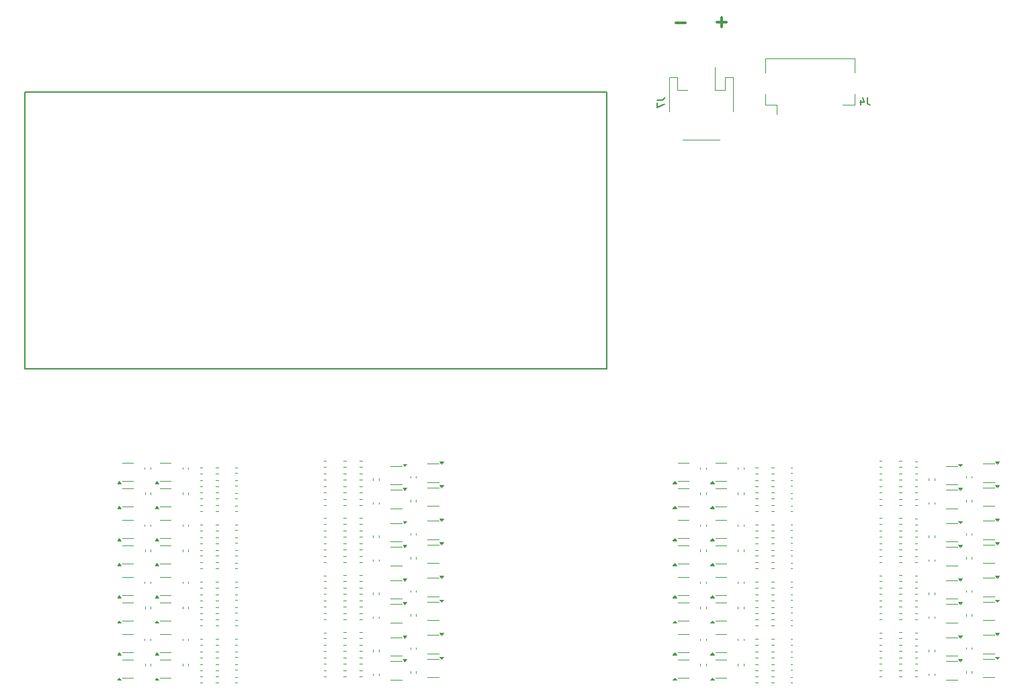
<source format=gbr>
%TF.GenerationSoftware,KiCad,Pcbnew,9.0.3*%
%TF.CreationDate,2025-09-29T12:22:08-04:00*%
%TF.ProjectId,ephys-test-board,65706879-732d-4746-9573-742d626f6172,E*%
%TF.SameCoordinates,Original*%
%TF.FileFunction,Legend,Bot*%
%TF.FilePolarity,Positive*%
%FSLAX46Y46*%
G04 Gerber Fmt 4.6, Leading zero omitted, Abs format (unit mm)*
G04 Created by KiCad (PCBNEW 9.0.3) date 2025-09-29 12:22:08*
%MOMM*%
%LPD*%
G01*
G04 APERTURE LIST*
%ADD10C,0.150000*%
%ADD11C,0.300000*%
%ADD12C,0.120000*%
G04 APERTURE END LIST*
D10*
X132800000Y-70100000D02*
X206100000Y-70100000D01*
X206100000Y-105000000D01*
X132800000Y-105000000D01*
X132800000Y-70100000D01*
D11*
X220028571Y-61293100D02*
X221171429Y-61293100D01*
X220600000Y-60721671D02*
X220600000Y-61864528D01*
X214828571Y-61393100D02*
X215971429Y-61393100D01*
D10*
X238949999Y-70808557D02*
X238949999Y-71451414D01*
X238949999Y-71451414D02*
X238992856Y-71579985D01*
X238992856Y-71579985D02*
X239078570Y-71665700D01*
X239078570Y-71665700D02*
X239207142Y-71708557D01*
X239207142Y-71708557D02*
X239292856Y-71708557D01*
X238135714Y-71108557D02*
X238135714Y-71708557D01*
X238349999Y-70765700D02*
X238564285Y-71408557D01*
X238564285Y-71408557D02*
X238007142Y-71408557D01*
X212458557Y-71100000D02*
X213101414Y-71100000D01*
X213101414Y-71100000D02*
X213229985Y-71057143D01*
X213229985Y-71057143D02*
X213315700Y-70971429D01*
X213315700Y-70971429D02*
X213358557Y-70842857D01*
X213358557Y-70842857D02*
X213358557Y-70757143D01*
X212458557Y-71442857D02*
X212458557Y-72042857D01*
X212458557Y-72042857D02*
X213358557Y-71657143D01*
D12*
%TO.C,U140*%
X250275000Y-141185000D02*
X248875000Y-141185000D01*
X250285000Y-138865000D02*
X248875000Y-138865000D01*
X250655000Y-138915000D02*
X250415000Y-138585000D01*
X250895000Y-138585000D01*
X250655000Y-138915000D01*
G36*
X250655000Y-138915000D02*
G01*
X250415000Y-138585000D01*
X250895000Y-138585000D01*
X250655000Y-138915000D01*
G37*
%TO.C,R63*%
X156846359Y-142220000D02*
X157153641Y-142220000D01*
X156846359Y-142980000D02*
X157153641Y-142980000D01*
%TO.C,R185*%
X226846359Y-140620000D02*
X227153641Y-140620000D01*
X226846359Y-141380000D02*
X227153641Y-141380000D01*
%TO.C,C251*%
X251365000Y-128717164D02*
X251365000Y-128932836D01*
X252085000Y-128717164D02*
X252085000Y-128932836D01*
%TO.C,R157*%
X224846359Y-126220000D02*
X225153641Y-126220000D01*
X224846359Y-126980000D02*
X225153641Y-126980000D01*
%TO.C,R74*%
X175253641Y-116620000D02*
X174946359Y-116620000D01*
X175253641Y-117380000D02*
X174946359Y-117380000D01*
%TO.C,R234*%
X245253641Y-131045000D02*
X244946359Y-131045000D01*
X245253641Y-131805000D02*
X244946359Y-131805000D01*
%TO.C,U28*%
X145040000Y-136760000D02*
X146450000Y-136760000D01*
X145050000Y-134440000D02*
X146450000Y-134440000D01*
X144910000Y-137040000D02*
X144430000Y-137040000D01*
X144670000Y-136710000D01*
X144910000Y-137040000D01*
G36*
X144910000Y-137040000D02*
G01*
X144430000Y-137040000D01*
X144670000Y-136710000D01*
X144910000Y-137040000D01*
G37*
%TO.C,C44*%
X159507836Y-129440000D02*
X159292164Y-129440000D01*
X159507836Y-130160000D02*
X159292164Y-130160000D01*
%TO.C,R232*%
X243253641Y-132620000D02*
X242946359Y-132620000D01*
X243253641Y-133380000D02*
X242946359Y-133380000D01*
%TO.C,C115*%
X181365000Y-128717164D02*
X181365000Y-128932836D01*
X182085000Y-128717164D02*
X182085000Y-128932836D01*
%TO.C,U129*%
X254925000Y-133685000D02*
X253525000Y-133685000D01*
X254935000Y-131365000D02*
X253525000Y-131365000D01*
X255305000Y-131415000D02*
X255065000Y-131085000D01*
X255545000Y-131085000D01*
X255305000Y-131415000D01*
G36*
X255305000Y-131415000D02*
G01*
X255065000Y-131085000D01*
X255545000Y-131085000D01*
X255305000Y-131415000D01*
G37*
%TO.C,C103*%
X170502164Y-125440000D02*
X170717836Y-125440000D01*
X170502164Y-126160000D02*
X170717836Y-126160000D01*
%TO.C,R112*%
X173253641Y-135820000D02*
X172946359Y-135820000D01*
X173253641Y-136580000D02*
X172946359Y-136580000D01*
%TO.C,R244*%
X245253641Y-135845000D02*
X244946359Y-135845000D01*
X245253641Y-136605000D02*
X244946359Y-136605000D01*
%TO.C,C165*%
X222640000Y-120807836D02*
X222640000Y-120592164D01*
X223360000Y-120807836D02*
X223360000Y-120592164D01*
%TO.C,R220*%
X245263641Y-125445000D02*
X244956359Y-125445000D01*
X245263641Y-126205000D02*
X244956359Y-126205000D01*
%TO.C,C25*%
X159507836Y-120640000D02*
X159292164Y-120640000D01*
X159507836Y-121360000D02*
X159292164Y-121360000D01*
%TO.C,C90*%
X181365000Y-118517164D02*
X181365000Y-118732836D01*
X182085000Y-118517164D02*
X182085000Y-118732836D01*
%TO.C,J4*%
X226050000Y-65900000D02*
X237350000Y-65900000D01*
X226050000Y-67640000D02*
X226050000Y-65900000D01*
X226050000Y-71700000D02*
X226050000Y-70360000D01*
X227540000Y-71700000D02*
X226050000Y-71700000D01*
X227540000Y-71700000D02*
X227540000Y-72900000D01*
X235860000Y-71700000D02*
X237350000Y-71700000D01*
X237350000Y-65900000D02*
X237350000Y-67640000D01*
X237350000Y-71700000D02*
X237350000Y-70360000D01*
%TO.C,C174*%
X222640000Y-124827836D02*
X222640000Y-124612164D01*
X223360000Y-124827836D02*
X223360000Y-124612164D01*
%TO.C,U22*%
X149790000Y-133560000D02*
X151200000Y-133560000D01*
X149800000Y-131240000D02*
X151200000Y-131240000D01*
X149660000Y-133840000D02*
X149180000Y-133840000D01*
X149420000Y-133510000D01*
X149660000Y-133840000D01*
G36*
X149660000Y-133840000D02*
G01*
X149180000Y-133840000D01*
X149420000Y-133510000D01*
X149660000Y-133840000D01*
G37*
%TO.C,R246*%
X243253641Y-138220000D02*
X242946359Y-138220000D01*
X243253641Y-138980000D02*
X242946359Y-138980000D01*
%TO.C,C204*%
X229507836Y-139040000D02*
X229292164Y-139040000D01*
X229507836Y-139760000D02*
X229292164Y-139760000D01*
%TO.C,C153*%
X229507836Y-117440000D02*
X229292164Y-117440000D01*
X229507836Y-118160000D02*
X229292164Y-118160000D01*
%TO.C,R104*%
X173253641Y-132620000D02*
X172946359Y-132620000D01*
X173253641Y-133380000D02*
X172946359Y-133380000D01*
%TO.C,U78*%
X215040000Y-119160000D02*
X216450000Y-119160000D01*
X215050000Y-116840000D02*
X216450000Y-116840000D01*
X214910000Y-119440000D02*
X214430000Y-119440000D01*
X214670000Y-119110000D01*
X214910000Y-119440000D01*
G36*
X214910000Y-119440000D02*
G01*
X214430000Y-119440000D01*
X214670000Y-119110000D01*
X214910000Y-119440000D01*
G37*
%TO.C,R43*%
X154846359Y-131820000D02*
X155153641Y-131820000D01*
X154846359Y-132580000D02*
X155153641Y-132580000D01*
%TO.C,R179*%
X224846359Y-135020000D02*
X225153641Y-135020000D01*
X224846359Y-135780000D02*
X225153641Y-135780000D01*
%TO.C,C27*%
X159507836Y-122240000D02*
X159292164Y-122240000D01*
X159507836Y-122960000D02*
X159292164Y-122960000D01*
%TO.C,R108*%
X175263641Y-132620000D02*
X174956359Y-132620000D01*
X175263641Y-133380000D02*
X174956359Y-133380000D01*
%TO.C,R200*%
X243253641Y-118220000D02*
X242946359Y-118220000D01*
X243253641Y-118980000D02*
X242946359Y-118980000D01*
%TO.C,R23*%
X156846359Y-124620000D02*
X157153641Y-124620000D01*
X156846359Y-125380000D02*
X157153641Y-125380000D01*
%TO.C,R242*%
X245253641Y-134245000D02*
X244946359Y-134245000D01*
X245253641Y-135005000D02*
X244946359Y-135005000D01*
%TO.C,R252*%
X245263641Y-139845000D02*
X244956359Y-139845000D01*
X245263641Y-140605000D02*
X244956359Y-140605000D01*
%TO.C,C157*%
X222640000Y-117627836D02*
X222640000Y-117412164D01*
X223360000Y-117627836D02*
X223360000Y-117412164D01*
%TO.C,U85*%
X219790000Y-126360000D02*
X221200000Y-126360000D01*
X219800000Y-124040000D02*
X221200000Y-124040000D01*
X219660000Y-126640000D02*
X219180000Y-126640000D01*
X219420000Y-126310000D01*
X219660000Y-126640000D01*
G36*
X219660000Y-126640000D02*
G01*
X219180000Y-126640000D01*
X219420000Y-126310000D01*
X219660000Y-126640000D01*
G37*
%TO.C,C19*%
X159507836Y-119040000D02*
X159292164Y-119040000D01*
X159507836Y-119760000D02*
X159292164Y-119760000D01*
%TO.C,C76*%
X159507836Y-142240000D02*
X159292164Y-142240000D01*
X159507836Y-142960000D02*
X159292164Y-142960000D01*
%TO.C,R137*%
X226846359Y-119020000D02*
X227153641Y-119020000D01*
X226846359Y-119780000D02*
X227153641Y-119780000D01*
%TO.C,C21*%
X152640000Y-117627836D02*
X152640000Y-117412164D01*
X153360000Y-117627836D02*
X153360000Y-117412164D01*
%TO.C,C230*%
X240492164Y-121440000D02*
X240707836Y-121440000D01*
X240492164Y-122160000D02*
X240707836Y-122160000D01*
%TO.C,U54*%
X180275000Y-129785000D02*
X178875000Y-129785000D01*
X180285000Y-127465000D02*
X178875000Y-127465000D01*
X180655000Y-127515000D02*
X180415000Y-127185000D01*
X180895000Y-127185000D01*
X180655000Y-127515000D01*
G36*
X180655000Y-127515000D02*
G01*
X180415000Y-127185000D01*
X180895000Y-127185000D01*
X180655000Y-127515000D01*
G37*
%TO.C,C82*%
X147903500Y-142427836D02*
X147903500Y-142212164D01*
X148623500Y-142427836D02*
X148623500Y-142212164D01*
%TO.C,C113*%
X176665000Y-129017164D02*
X176665000Y-129232836D01*
X177385000Y-129017164D02*
X177385000Y-129232836D01*
%TO.C,R98*%
X175253641Y-127020000D02*
X174946359Y-127020000D01*
X175253641Y-127780000D02*
X174946359Y-127780000D01*
%TO.C,R86*%
X173253641Y-123820000D02*
X172946359Y-123820000D01*
X173253641Y-124580000D02*
X172946359Y-124580000D01*
%TO.C,C161*%
X229507836Y-120640000D02*
X229292164Y-120640000D01*
X229507836Y-121360000D02*
X229292164Y-121360000D01*
%TO.C,R67*%
X154846359Y-142220000D02*
X155153641Y-142220000D01*
X154846359Y-142980000D02*
X155153641Y-142980000D01*
%TO.C,U39*%
X184925000Y-119285000D02*
X183525000Y-119285000D01*
X184935000Y-116965000D02*
X183525000Y-116965000D01*
X185305000Y-117015000D02*
X185065000Y-116685000D01*
X185545000Y-116685000D01*
X185305000Y-117015000D01*
G36*
X185305000Y-117015000D02*
G01*
X185065000Y-116685000D01*
X185545000Y-116685000D01*
X185305000Y-117015000D01*
G37*
%TO.C,R84*%
X175253641Y-121420000D02*
X174946359Y-121420000D01*
X175253641Y-122180000D02*
X174946359Y-122180000D01*
%TO.C,R189*%
X224846359Y-140620000D02*
X225153641Y-140620000D01*
X224846359Y-141380000D02*
X225153641Y-141380000D01*
%TO.C,C57*%
X147890000Y-132027836D02*
X147890000Y-131812164D01*
X148610000Y-132027836D02*
X148610000Y-131812164D01*
%TO.C,C29*%
X152640000Y-120807836D02*
X152640000Y-120592164D01*
X153360000Y-120807836D02*
X153360000Y-120592164D01*
%TO.C,C53*%
X159507836Y-133440000D02*
X159292164Y-133440000D01*
X159507836Y-134160000D02*
X159292164Y-134160000D01*
%TO.C,R139*%
X224846359Y-117420000D02*
X225153641Y-117420000D01*
X224846359Y-118180000D02*
X225153641Y-118180000D01*
%TO.C,R102*%
X173253641Y-131020000D02*
X172946359Y-131020000D01*
X173253641Y-131780000D02*
X172946359Y-131780000D01*
%TO.C,C249*%
X246665000Y-129017164D02*
X246665000Y-129232836D01*
X247385000Y-129017164D02*
X247385000Y-129232836D01*
%TO.C,C38*%
X152640000Y-124827836D02*
X152640000Y-124612164D01*
X153360000Y-124827836D02*
X153360000Y-124612164D01*
%TO.C,R124*%
X175263641Y-139820000D02*
X174956359Y-139820000D01*
X175263641Y-140580000D02*
X174956359Y-140580000D01*
%TO.C,R236*%
X245263641Y-132645000D02*
X244956359Y-132645000D01*
X245263641Y-133405000D02*
X244956359Y-133405000D01*
%TO.C,C243*%
X251365000Y-125717164D02*
X251365000Y-125932836D01*
X252085000Y-125717164D02*
X252085000Y-125932836D01*
%TO.C,U144*%
X250275000Y-144185000D02*
X248875000Y-144185000D01*
X250285000Y-141865000D02*
X248875000Y-141865000D01*
X250655000Y-141915000D02*
X250415000Y-141585000D01*
X250895000Y-141585000D01*
X250655000Y-141915000D01*
G36*
X250655000Y-141915000D02*
G01*
X250415000Y-141585000D01*
X250895000Y-141585000D01*
X250655000Y-141915000D01*
G37*
%TO.C,C122*%
X176665000Y-133217164D02*
X176665000Y-133432836D01*
X177385000Y-133217164D02*
X177385000Y-133432836D01*
%TO.C,C149*%
X181365000Y-143117164D02*
X181365000Y-143332836D01*
X182085000Y-143117164D02*
X182085000Y-143332836D01*
%TO.C,C279*%
X240492164Y-141440000D02*
X240707836Y-141440000D01*
X240492164Y-142160000D02*
X240707836Y-142160000D01*
%TO.C,R218*%
X245253641Y-123845000D02*
X244946359Y-123845000D01*
X245253641Y-124605000D02*
X244946359Y-124605000D01*
%TO.C,U10*%
X145040000Y-122360000D02*
X146450000Y-122360000D01*
X145050000Y-120040000D02*
X146450000Y-120040000D01*
X144910000Y-122640000D02*
X144430000Y-122640000D01*
X144670000Y-122310000D01*
X144910000Y-122640000D01*
G36*
X144910000Y-122640000D02*
G01*
X144430000Y-122640000D01*
X144670000Y-122310000D01*
X144910000Y-122640000D01*
G37*
%TO.C,R128*%
X173253641Y-143020000D02*
X172946359Y-143020000D01*
X173253641Y-143780000D02*
X172946359Y-143780000D01*
%TO.C,R45*%
X154846359Y-133420000D02*
X155153641Y-133420000D01*
X154846359Y-134180000D02*
X155153641Y-134180000D01*
%TO.C,C216*%
X222640000Y-142407836D02*
X222640000Y-142192164D01*
X223360000Y-142407836D02*
X223360000Y-142192164D01*
%TO.C,C277*%
X251365000Y-140117164D02*
X251365000Y-140332836D01*
X252085000Y-140117164D02*
X252085000Y-140332836D01*
%TO.C,C145*%
X170492164Y-143040000D02*
X170707836Y-143040000D01*
X170492164Y-143760000D02*
X170707836Y-143760000D01*
%TO.C,C36*%
X159507836Y-126240000D02*
X159292164Y-126240000D01*
X159507836Y-126960000D02*
X159292164Y-126960000D01*
%TO.C,R88*%
X173253641Y-125420000D02*
X172946359Y-125420000D01*
X173253641Y-126180000D02*
X172946359Y-126180000D01*
%TO.C,C72*%
X152640000Y-139227836D02*
X152640000Y-139012164D01*
X153360000Y-139227836D02*
X153360000Y-139012164D01*
%TO.C,C212*%
X229507836Y-142240000D02*
X229292164Y-142240000D01*
X229507836Y-142960000D02*
X229292164Y-142960000D01*
%TO.C,R116*%
X175253641Y-135820000D02*
X174946359Y-135820000D01*
X175253641Y-136580000D02*
X174946359Y-136580000D01*
%TO.C,R94*%
X173253641Y-127020000D02*
X172946359Y-127020000D01*
X173253641Y-127780000D02*
X172946359Y-127780000D01*
%TO.C,C155*%
X229507836Y-119040000D02*
X229292164Y-119040000D01*
X229507836Y-119760000D02*
X229292164Y-119760000D01*
%TO.C,C132*%
X181365000Y-135917164D02*
X181365000Y-136132836D01*
X182085000Y-135917164D02*
X182085000Y-136132836D01*
%TO.C,C189*%
X229507836Y-133440000D02*
X229292164Y-133440000D01*
X229507836Y-134160000D02*
X229292164Y-134160000D01*
%TO.C,C266*%
X246665000Y-136217164D02*
X246665000Y-136432836D01*
X247385000Y-136217164D02*
X247385000Y-136432836D01*
%TO.C,U117*%
X250275000Y-122585000D02*
X248875000Y-122585000D01*
X250285000Y-120265000D02*
X248875000Y-120265000D01*
X250655000Y-120315000D02*
X250415000Y-119985000D01*
X250895000Y-119985000D01*
X250655000Y-120315000D01*
G36*
X250655000Y-120315000D02*
G01*
X250415000Y-119985000D01*
X250895000Y-119985000D01*
X250655000Y-120315000D01*
G37*
%TO.C,C40*%
X147890000Y-124827836D02*
X147890000Y-124612164D01*
X148610000Y-124827836D02*
X148610000Y-124612164D01*
%TO.C,R155*%
X224846359Y-124620000D02*
X225153641Y-124620000D01*
X224846359Y-125380000D02*
X225153641Y-125380000D01*
%TO.C,R216*%
X243253641Y-125420000D02*
X242946359Y-125420000D01*
X243253641Y-126180000D02*
X242946359Y-126180000D01*
%TO.C,U52*%
X184925000Y-129485000D02*
X183525000Y-129485000D01*
X184935000Y-127165000D02*
X183525000Y-127165000D01*
X185305000Y-127215000D02*
X185065000Y-126885000D01*
X185545000Y-126885000D01*
X185305000Y-127215000D01*
G36*
X185305000Y-127215000D02*
G01*
X185065000Y-126885000D01*
X185545000Y-126885000D01*
X185305000Y-127215000D01*
G37*
%TO.C,R181*%
X224846359Y-136620000D02*
X225153641Y-136620000D01*
X224846359Y-137380000D02*
X225153641Y-137380000D01*
%TO.C,U133*%
X254925000Y-136685000D02*
X253525000Y-136685000D01*
X254935000Y-134365000D02*
X253525000Y-134365000D01*
X255305000Y-134415000D02*
X255065000Y-134085000D01*
X255545000Y-134085000D01*
X255305000Y-134415000D01*
G36*
X255305000Y-134415000D02*
G01*
X255065000Y-134085000D01*
X255545000Y-134085000D01*
X255305000Y-134415000D01*
G37*
%TO.C,C88*%
X176665000Y-118817164D02*
X176665000Y-119032836D01*
X177385000Y-118817164D02*
X177385000Y-119032836D01*
%TO.C,U76*%
X219790000Y-119160000D02*
X221200000Y-119160000D01*
X219800000Y-116840000D02*
X221200000Y-116840000D01*
X219660000Y-119440000D02*
X219180000Y-119440000D01*
X219420000Y-119110000D01*
X219660000Y-119440000D01*
G36*
X219660000Y-119440000D02*
G01*
X219180000Y-119440000D01*
X219420000Y-119110000D01*
X219660000Y-119440000D01*
G37*
%TO.C,R250*%
X245253641Y-138245000D02*
X244946359Y-138245000D01*
X245253641Y-139005000D02*
X244946359Y-139005000D01*
%TO.C,U113*%
X250275000Y-119585000D02*
X248875000Y-119585000D01*
X250285000Y-117265000D02*
X248875000Y-117265000D01*
X250655000Y-117315000D02*
X250415000Y-116985000D01*
X250895000Y-116985000D01*
X250655000Y-117315000D01*
G36*
X250655000Y-117315000D02*
G01*
X250415000Y-116985000D01*
X250895000Y-116985000D01*
X250655000Y-117315000D01*
G37*
%TO.C,C206*%
X229507836Y-140640000D02*
X229292164Y-140640000D01*
X229507836Y-141360000D02*
X229292164Y-141360000D01*
%TO.C,U89*%
X219790000Y-129560000D02*
X221200000Y-129560000D01*
X219800000Y-127240000D02*
X221200000Y-127240000D01*
X219660000Y-129840000D02*
X219180000Y-129840000D01*
X219420000Y-129510000D01*
X219660000Y-129840000D01*
G36*
X219660000Y-129840000D02*
G01*
X219180000Y-129840000D01*
X219420000Y-129510000D01*
X219660000Y-129840000D01*
G37*
%TO.C,U24*%
X145040000Y-133560000D02*
X146450000Y-133560000D01*
X145050000Y-131240000D02*
X146450000Y-131240000D01*
X144910000Y-133840000D02*
X144430000Y-133840000D01*
X144670000Y-133510000D01*
X144910000Y-133840000D01*
G36*
X144910000Y-133840000D02*
G01*
X144430000Y-133840000D01*
X144670000Y-133510000D01*
X144910000Y-133840000D01*
G37*
%TO.C,R92*%
X175263641Y-125420000D02*
X174956359Y-125420000D01*
X175263641Y-126180000D02*
X174956359Y-126180000D01*
%TO.C,R147*%
X224846359Y-120620000D02*
X225153641Y-120620000D01*
X224846359Y-121380000D02*
X225153641Y-121380000D01*
%TO.C,U80*%
X219790000Y-122360000D02*
X221200000Y-122360000D01*
X219800000Y-120040000D02*
X221200000Y-120040000D01*
X219660000Y-122640000D02*
X219180000Y-122640000D01*
X219420000Y-122310000D01*
X219660000Y-122640000D01*
G36*
X219660000Y-122640000D02*
G01*
X219180000Y-122640000D01*
X219420000Y-122310000D01*
X219660000Y-122640000D01*
G37*
%TO.C,C42*%
X159507836Y-127840000D02*
X159292164Y-127840000D01*
X159507836Y-128560000D02*
X159292164Y-128560000D01*
%TO.C,U72*%
X180275000Y-144185000D02*
X178875000Y-144185000D01*
X180285000Y-141865000D02*
X178875000Y-141865000D01*
X180655000Y-141915000D02*
X180415000Y-141585000D01*
X180895000Y-141585000D01*
X180655000Y-141915000D01*
G36*
X180655000Y-141915000D02*
G01*
X180415000Y-141585000D01*
X180895000Y-141585000D01*
X180655000Y-141915000D01*
G37*
%TO.C,U122*%
X250275000Y-126785000D02*
X248875000Y-126785000D01*
X250285000Y-124465000D02*
X248875000Y-124465000D01*
X250655000Y-124515000D02*
X250415000Y-124185000D01*
X250895000Y-124185000D01*
X250655000Y-124515000D01*
G36*
X250655000Y-124515000D02*
G01*
X250415000Y-124185000D01*
X250895000Y-124185000D01*
X250655000Y-124515000D01*
G37*
%TO.C,C141*%
X181365000Y-140117164D02*
X181365000Y-140332836D01*
X182085000Y-140117164D02*
X182085000Y-140332836D01*
%TO.C,U26*%
X149790000Y-136760000D02*
X151200000Y-136760000D01*
X149800000Y-134440000D02*
X151200000Y-134440000D01*
X149660000Y-137040000D02*
X149180000Y-137040000D01*
X149420000Y-136710000D01*
X149660000Y-137040000D01*
G36*
X149660000Y-137040000D02*
G01*
X149180000Y-137040000D01*
X149420000Y-136710000D01*
X149660000Y-137040000D01*
G37*
%TO.C,R222*%
X243253641Y-127020000D02*
X242946359Y-127020000D01*
X243253641Y-127780000D02*
X242946359Y-127780000D01*
%TO.C,R80*%
X173253641Y-121420000D02*
X172946359Y-121420000D01*
X173253641Y-122180000D02*
X172946359Y-122180000D01*
%TO.C,R238*%
X243253641Y-134220000D02*
X242946359Y-134220000D01*
X243253641Y-134980000D02*
X242946359Y-134980000D01*
%TO.C,R59*%
X154846359Y-139020000D02*
X155153641Y-139020000D01*
X154846359Y-139780000D02*
X155153641Y-139780000D01*
%TO.C,C247*%
X240492164Y-128640000D02*
X240707836Y-128640000D01*
X240492164Y-129360000D02*
X240707836Y-129360000D01*
%TO.C,U82*%
X215040000Y-122360000D02*
X216450000Y-122360000D01*
X215050000Y-120040000D02*
X216450000Y-120040000D01*
X214910000Y-122640000D02*
X214430000Y-122640000D01*
X214670000Y-122310000D01*
X214910000Y-122640000D01*
G36*
X214910000Y-122640000D02*
G01*
X214430000Y-122640000D01*
X214670000Y-122310000D01*
X214910000Y-122640000D01*
G37*
%TO.C,C178*%
X229507836Y-127840000D02*
X229292164Y-127840000D01*
X229507836Y-128560000D02*
X229292164Y-128560000D01*
%TO.C,R173*%
X224846359Y-133420000D02*
X225153641Y-133420000D01*
X224846359Y-134180000D02*
X225153641Y-134180000D01*
%TO.C,C222*%
X240502164Y-118240000D02*
X240717836Y-118240000D01*
X240502164Y-118960000D02*
X240717836Y-118960000D01*
%TO.C,C92*%
X170492164Y-119840000D02*
X170707836Y-119840000D01*
X170492164Y-120560000D02*
X170707836Y-120560000D01*
%TO.C,U35*%
X149790000Y-143960000D02*
X151200000Y-143960000D01*
X149800000Y-141640000D02*
X151200000Y-141640000D01*
X149660000Y-144240000D02*
X149180000Y-144240000D01*
X149420000Y-143910000D01*
X149660000Y-144240000D01*
G36*
X149660000Y-144240000D02*
G01*
X149180000Y-144240000D01*
X149420000Y-143910000D01*
X149660000Y-144240000D01*
G37*
%TO.C,C65*%
X147903500Y-135227836D02*
X147903500Y-135012164D01*
X148623500Y-135227836D02*
X148623500Y-135012164D01*
%TO.C,R21*%
X154846359Y-122220000D02*
X155153641Y-122220000D01*
X154846359Y-122980000D02*
X155153641Y-122980000D01*
%TO.C,C98*%
X181365000Y-121517164D02*
X181365000Y-121732836D01*
X182085000Y-121517164D02*
X182085000Y-121732836D01*
%TO.C,C74*%
X147890000Y-139227836D02*
X147890000Y-139012164D01*
X148610000Y-139227836D02*
X148610000Y-139012164D01*
%TO.C,C51*%
X159507836Y-131840000D02*
X159292164Y-131840000D01*
X159507836Y-132560000D02*
X159292164Y-132560000D01*
%TO.C,R175*%
X226846359Y-135020000D02*
X227153641Y-135020000D01*
X226846359Y-135780000D02*
X227153641Y-135780000D01*
%TO.C,C241*%
X246665000Y-126017164D02*
X246665000Y-126232836D01*
X247385000Y-126017164D02*
X247385000Y-126232836D01*
%TO.C,C191*%
X222640000Y-132027836D02*
X222640000Y-131812164D01*
X223360000Y-132027836D02*
X223360000Y-131812164D01*
%TO.C,R69*%
X154846359Y-143820000D02*
X155153641Y-143820000D01*
X154846359Y-144580000D02*
X155153641Y-144580000D01*
%TO.C,U138*%
X254925000Y-140885000D02*
X253525000Y-140885000D01*
X254935000Y-138565000D02*
X253525000Y-138565000D01*
X255305000Y-138615000D02*
X255065000Y-138285000D01*
X255545000Y-138285000D01*
X255305000Y-138615000D01*
G36*
X255305000Y-138615000D02*
G01*
X255065000Y-138285000D01*
X255545000Y-138285000D01*
X255305000Y-138615000D01*
G37*
%TO.C,C55*%
X152640000Y-132027836D02*
X152640000Y-131812164D01*
X153360000Y-132027836D02*
X153360000Y-131812164D01*
%TO.C,R228*%
X245253641Y-128645000D02*
X244946359Y-128645000D01*
X245253641Y-129405000D02*
X244946359Y-129405000D01*
%TO.C,C128*%
X170492164Y-135840000D02*
X170707836Y-135840000D01*
X170492164Y-136560000D02*
X170707836Y-136560000D01*
%TO.C,C210*%
X217890000Y-139227836D02*
X217890000Y-139012164D01*
X218610000Y-139227836D02*
X218610000Y-139012164D01*
%TO.C,U109*%
X215040000Y-143960000D02*
X216450000Y-143960000D01*
X215050000Y-141640000D02*
X216450000Y-141640000D01*
X214910000Y-144240000D02*
X214430000Y-144240000D01*
X214670000Y-143910000D01*
X214910000Y-144240000D01*
G36*
X214910000Y-144240000D02*
G01*
X214430000Y-144240000D01*
X214670000Y-143910000D01*
X214910000Y-144240000D01*
G37*
%TO.C,R198*%
X243253641Y-116620000D02*
X242946359Y-116620000D01*
X243253641Y-117380000D02*
X242946359Y-117380000D01*
%TO.C,C262*%
X240492164Y-134240000D02*
X240707836Y-134240000D01*
X240492164Y-134960000D02*
X240707836Y-134960000D01*
%TO.C,C273*%
X240502164Y-139840000D02*
X240717836Y-139840000D01*
X240502164Y-140560000D02*
X240717836Y-140560000D01*
%TO.C,C139*%
X176665000Y-140417164D02*
X176665000Y-140632836D01*
X177385000Y-140417164D02*
X177385000Y-140632836D01*
%TO.C,R76*%
X175263641Y-118220000D02*
X174956359Y-118220000D01*
X175263641Y-118980000D02*
X174956359Y-118980000D01*
%TO.C,R167*%
X226846359Y-131820000D02*
X227153641Y-131820000D01*
X226846359Y-132580000D02*
X227153641Y-132580000D01*
%TO.C,U70*%
X184925000Y-143885000D02*
X183525000Y-143885000D01*
X184935000Y-141565000D02*
X183525000Y-141565000D01*
X185305000Y-141615000D02*
X185065000Y-141285000D01*
X185545000Y-141285000D01*
X185305000Y-141615000D01*
G36*
X185305000Y-141615000D02*
G01*
X185065000Y-141285000D01*
X185545000Y-141285000D01*
X185305000Y-141615000D01*
G37*
%TO.C,C234*%
X251365000Y-121517164D02*
X251365000Y-121732836D01*
X252085000Y-121517164D02*
X252085000Y-121732836D01*
%TO.C,C208*%
X222640000Y-139227836D02*
X222640000Y-139012164D01*
X223360000Y-139227836D02*
X223360000Y-139012164D01*
%TO.C,U87*%
X215040000Y-126360000D02*
X216450000Y-126360000D01*
X215050000Y-124040000D02*
X216450000Y-124040000D01*
X214910000Y-126640000D02*
X214430000Y-126640000D01*
X214670000Y-126310000D01*
X214910000Y-126640000D01*
G36*
X214910000Y-126640000D02*
G01*
X214430000Y-126640000D01*
X214670000Y-126310000D01*
X214910000Y-126640000D01*
G37*
%TO.C,U120*%
X254925000Y-126485000D02*
X253525000Y-126485000D01*
X254935000Y-124165000D02*
X253525000Y-124165000D01*
X255305000Y-124215000D02*
X255065000Y-123885000D01*
X255545000Y-123885000D01*
X255305000Y-124215000D01*
G36*
X255305000Y-124215000D02*
G01*
X255065000Y-123885000D01*
X255545000Y-123885000D01*
X255305000Y-124215000D01*
G37*
%TO.C,R25*%
X156846359Y-126220000D02*
X157153641Y-126220000D01*
X156846359Y-126980000D02*
X157153641Y-126980000D01*
%TO.C,C197*%
X229507836Y-136640000D02*
X229292164Y-136640000D01*
X229507836Y-137360000D02*
X229292164Y-137360000D01*
%TO.C,C120*%
X170502164Y-132640000D02*
X170717836Y-132640000D01*
X170502164Y-133360000D02*
X170717836Y-133360000D01*
%TO.C,C271*%
X240492164Y-138240000D02*
X240707836Y-138240000D01*
X240492164Y-138960000D02*
X240707836Y-138960000D01*
%TO.C,C170*%
X229507836Y-124640000D02*
X229292164Y-124640000D01*
X229507836Y-125360000D02*
X229292164Y-125360000D01*
%TO.C,U98*%
X219790000Y-136760000D02*
X221200000Y-136760000D01*
X219800000Y-134440000D02*
X221200000Y-134440000D01*
X219660000Y-137040000D02*
X219180000Y-137040000D01*
X219420000Y-136710000D01*
X219660000Y-137040000D01*
G36*
X219660000Y-137040000D02*
G01*
X219180000Y-137040000D01*
X219420000Y-136710000D01*
X219660000Y-137040000D01*
G37*
%TO.C,U100*%
X215040000Y-136760000D02*
X216450000Y-136760000D01*
X215050000Y-134440000D02*
X216450000Y-134440000D01*
X214910000Y-137040000D02*
X214430000Y-137040000D01*
X214670000Y-136710000D01*
X214910000Y-137040000D01*
G36*
X214910000Y-137040000D02*
G01*
X214430000Y-137040000D01*
X214670000Y-136710000D01*
X214910000Y-137040000D01*
G37*
%TO.C,U41*%
X180275000Y-119585000D02*
X178875000Y-119585000D01*
X180285000Y-117265000D02*
X178875000Y-117265000D01*
X180655000Y-117315000D02*
X180415000Y-116985000D01*
X180895000Y-116985000D01*
X180655000Y-117315000D01*
G36*
X180655000Y-117315000D02*
G01*
X180415000Y-116985000D01*
X180895000Y-116985000D01*
X180655000Y-117315000D01*
G37*
%TO.C,C59*%
X159507836Y-135040000D02*
X159292164Y-135040000D01*
X159507836Y-135760000D02*
X159292164Y-135760000D01*
%TO.C,R57*%
X156846359Y-140620000D02*
X157153641Y-140620000D01*
X156846359Y-141380000D02*
X157153641Y-141380000D01*
%TO.C,R195*%
X224846359Y-142220000D02*
X225153641Y-142220000D01*
X224846359Y-142980000D02*
X225153641Y-142980000D01*
%TO.C,R145*%
X226846359Y-122220000D02*
X227153641Y-122220000D01*
X226846359Y-122980000D02*
X227153641Y-122980000D01*
%TO.C,C135*%
X170492164Y-138240000D02*
X170707836Y-138240000D01*
X170492164Y-138960000D02*
X170707836Y-138960000D01*
%TO.C,C193*%
X217890000Y-132027836D02*
X217890000Y-131812164D01*
X218610000Y-132027836D02*
X218610000Y-131812164D01*
%TO.C,R65*%
X156846359Y-143820000D02*
X157153641Y-143820000D01*
X156846359Y-144580000D02*
X157153641Y-144580000D01*
%TO.C,R39*%
X156846359Y-131820000D02*
X157153641Y-131820000D01*
X156846359Y-132580000D02*
X157153641Y-132580000D01*
%TO.C,R27*%
X154846359Y-124620000D02*
X155153641Y-124620000D01*
X154846359Y-125380000D02*
X155153641Y-125380000D01*
%TO.C,R197*%
X224846359Y-143820000D02*
X225153641Y-143820000D01*
X224846359Y-144580000D02*
X225153641Y-144580000D01*
%TO.C,C281*%
X240492164Y-143040000D02*
X240707836Y-143040000D01*
X240492164Y-143760000D02*
X240707836Y-143760000D01*
%TO.C,U33*%
X145040000Y-140760000D02*
X146450000Y-140760000D01*
X145050000Y-138440000D02*
X146450000Y-138440000D01*
X144910000Y-141040000D02*
X144430000Y-141040000D01*
X144670000Y-140710000D01*
X144910000Y-141040000D01*
G36*
X144910000Y-141040000D02*
G01*
X144430000Y-141040000D01*
X144670000Y-140710000D01*
X144910000Y-141040000D01*
G37*
%TO.C,C285*%
X251365000Y-143117164D02*
X251365000Y-143332836D01*
X252085000Y-143117164D02*
X252085000Y-143332836D01*
%TO.C,U6*%
X145040000Y-119160000D02*
X146450000Y-119160000D01*
X145050000Y-116840000D02*
X146450000Y-116840000D01*
X144910000Y-119440000D02*
X144430000Y-119440000D01*
X144670000Y-119110000D01*
X144910000Y-119440000D01*
G36*
X144910000Y-119440000D02*
G01*
X144430000Y-119440000D01*
X144670000Y-119110000D01*
X144910000Y-119440000D01*
G37*
%TO.C,U57*%
X184925000Y-133685000D02*
X183525000Y-133685000D01*
X184935000Y-131365000D02*
X183525000Y-131365000D01*
X185305000Y-131415000D02*
X185065000Y-131085000D01*
X185545000Y-131085000D01*
X185305000Y-131415000D01*
G36*
X185305000Y-131415000D02*
G01*
X185065000Y-131085000D01*
X185545000Y-131085000D01*
X185305000Y-131415000D01*
G37*
%TO.C,R260*%
X245253641Y-143045000D02*
X244946359Y-143045000D01*
X245253641Y-143805000D02*
X244946359Y-143805000D01*
%TO.C,R230*%
X243253641Y-131020000D02*
X242946359Y-131020000D01*
X243253641Y-131780000D02*
X242946359Y-131780000D01*
%TO.C,C182*%
X222640000Y-128007836D02*
X222640000Y-127792164D01*
X223360000Y-128007836D02*
X223360000Y-127792164D01*
%TO.C,C137*%
X170502164Y-139840000D02*
X170717836Y-139840000D01*
X170502164Y-140560000D02*
X170717836Y-140560000D01*
%TO.C,C268*%
X251365000Y-135917164D02*
X251365000Y-136132836D01*
X252085000Y-135917164D02*
X252085000Y-136132836D01*
%TO.C,R61*%
X154846359Y-140620000D02*
X155153641Y-140620000D01*
X154846359Y-141380000D02*
X155153641Y-141380000D01*
%TO.C,C275*%
X246665000Y-140417164D02*
X246665000Y-140632836D01*
X247385000Y-140417164D02*
X247385000Y-140632836D01*
%TO.C,R161*%
X226846359Y-129420000D02*
X227153641Y-129420000D01*
X226846359Y-130180000D02*
X227153641Y-130180000D01*
%TO.C,C258*%
X246665000Y-133217164D02*
X246665000Y-133432836D01*
X247385000Y-133217164D02*
X247385000Y-133432836D01*
%TO.C,U61*%
X184925000Y-136685000D02*
X183525000Y-136685000D01*
X184935000Y-134365000D02*
X183525000Y-134365000D01*
X185305000Y-134415000D02*
X185065000Y-134085000D01*
X185545000Y-134085000D01*
X185305000Y-134415000D01*
G36*
X185305000Y-134415000D02*
G01*
X185065000Y-134085000D01*
X185545000Y-134085000D01*
X185305000Y-134415000D01*
G37*
%TO.C,R15*%
X156846359Y-120620000D02*
X157153641Y-120620000D01*
X156846359Y-121380000D02*
X157153641Y-121380000D01*
%TO.C,C105*%
X176665000Y-126017164D02*
X176665000Y-126232836D01*
X177385000Y-126017164D02*
X177385000Y-126232836D01*
%TO.C,C214*%
X229507836Y-143840000D02*
X229292164Y-143840000D01*
X229507836Y-144560000D02*
X229292164Y-144560000D01*
%TO.C,U13*%
X149790000Y-126360000D02*
X151200000Y-126360000D01*
X149800000Y-124040000D02*
X151200000Y-124040000D01*
X149660000Y-126640000D02*
X149180000Y-126640000D01*
X149420000Y-126310000D01*
X149660000Y-126640000D01*
G36*
X149660000Y-126640000D02*
G01*
X149180000Y-126640000D01*
X149420000Y-126310000D01*
X149660000Y-126640000D01*
G37*
%TO.C,U8*%
X149790000Y-122360000D02*
X151200000Y-122360000D01*
X149800000Y-120040000D02*
X151200000Y-120040000D01*
X149660000Y-122640000D02*
X149180000Y-122640000D01*
X149420000Y-122310000D01*
X149660000Y-122640000D01*
G36*
X149660000Y-122640000D02*
G01*
X149180000Y-122640000D01*
X149420000Y-122310000D01*
X149660000Y-122640000D01*
G37*
%TO.C,C254*%
X240492164Y-131040000D02*
X240707836Y-131040000D01*
X240492164Y-131760000D02*
X240707836Y-131760000D01*
%TO.C,U31*%
X149790000Y-140760000D02*
X151200000Y-140760000D01*
X149800000Y-138440000D02*
X151200000Y-138440000D01*
X149660000Y-141040000D02*
X149180000Y-141040000D01*
X149420000Y-140710000D01*
X149660000Y-141040000D01*
G36*
X149660000Y-141040000D02*
G01*
X149180000Y-141040000D01*
X149420000Y-140710000D01*
X149660000Y-141040000D01*
G37*
%TO.C,R122*%
X175253641Y-138220000D02*
X174946359Y-138220000D01*
X175253641Y-138980000D02*
X174946359Y-138980000D01*
%TO.C,U4*%
X149790000Y-119160000D02*
X151200000Y-119160000D01*
X149800000Y-116840000D02*
X151200000Y-116840000D01*
X149660000Y-119440000D02*
X149180000Y-119440000D01*
X149420000Y-119110000D01*
X149660000Y-119440000D01*
G36*
X149660000Y-119440000D02*
G01*
X149180000Y-119440000D01*
X149420000Y-119110000D01*
X149660000Y-119440000D01*
G37*
%TO.C,C167*%
X217903500Y-120827836D02*
X217903500Y-120612164D01*
X218623500Y-120827836D02*
X218623500Y-120612164D01*
%TO.C,R120*%
X173253641Y-139820000D02*
X172946359Y-139820000D01*
X173253641Y-140580000D02*
X172946359Y-140580000D01*
%TO.C,C130*%
X176665000Y-136217164D02*
X176665000Y-136432836D01*
X177385000Y-136217164D02*
X177385000Y-136432836D01*
%TO.C,R153*%
X226846359Y-126220000D02*
X227153641Y-126220000D01*
X226846359Y-126980000D02*
X227153641Y-126980000D01*
%TO.C,U50*%
X180275000Y-126785000D02*
X178875000Y-126785000D01*
X180285000Y-124465000D02*
X178875000Y-124465000D01*
X180655000Y-124515000D02*
X180415000Y-124185000D01*
X180895000Y-124185000D01*
X180655000Y-124515000D01*
G36*
X180655000Y-124515000D02*
G01*
X180415000Y-124185000D01*
X180895000Y-124185000D01*
X180655000Y-124515000D01*
G37*
%TO.C,U43*%
X184925000Y-122285000D02*
X183525000Y-122285000D01*
X184935000Y-119965000D02*
X183525000Y-119965000D01*
X185305000Y-120015000D02*
X185065000Y-119685000D01*
X185545000Y-119685000D01*
X185305000Y-120015000D01*
G36*
X185305000Y-120015000D02*
G01*
X185065000Y-119685000D01*
X185545000Y-119685000D01*
X185305000Y-120015000D01*
G37*
%TO.C,U15*%
X145040000Y-126360000D02*
X146450000Y-126360000D01*
X145050000Y-124040000D02*
X146450000Y-124040000D01*
X144910000Y-126640000D02*
X144430000Y-126640000D01*
X144670000Y-126310000D01*
X144910000Y-126640000D01*
G36*
X144910000Y-126640000D02*
G01*
X144430000Y-126640000D01*
X144670000Y-126310000D01*
X144910000Y-126640000D01*
G37*
%TO.C,R53*%
X154846359Y-136620000D02*
X155153641Y-136620000D01*
X154846359Y-137380000D02*
X155153641Y-137380000D01*
%TO.C,C245*%
X240492164Y-127040000D02*
X240707836Y-127040000D01*
X240492164Y-127760000D02*
X240707836Y-127760000D01*
%TO.C,R11*%
X154846359Y-117420000D02*
X155153641Y-117420000D01*
X154846359Y-118180000D02*
X155153641Y-118180000D01*
%TO.C,C237*%
X240492164Y-123840000D02*
X240707836Y-123840000D01*
X240492164Y-124560000D02*
X240707836Y-124560000D01*
%TO.C,R70*%
X173253641Y-116620000D02*
X172946359Y-116620000D01*
X173253641Y-117380000D02*
X172946359Y-117380000D01*
%TO.C,R132*%
X175253641Y-143020000D02*
X174946359Y-143020000D01*
X175253641Y-143780000D02*
X174946359Y-143780000D01*
%TO.C,C126*%
X170492164Y-134240000D02*
X170707836Y-134240000D01*
X170492164Y-134960000D02*
X170707836Y-134960000D01*
%TO.C,C17*%
X159507836Y-117440000D02*
X159292164Y-117440000D01*
X159507836Y-118160000D02*
X159292164Y-118160000D01*
%TO.C,R82*%
X175253641Y-119820000D02*
X174946359Y-119820000D01*
X175253641Y-120580000D02*
X174946359Y-120580000D01*
%TO.C,C180*%
X229507836Y-129440000D02*
X229292164Y-129440000D01*
X229507836Y-130160000D02*
X229292164Y-130160000D01*
%TO.C,R9*%
X156846359Y-119020000D02*
X157153641Y-119020000D01*
X156846359Y-119780000D02*
X157153641Y-119780000D01*
%TO.C,R37*%
X154846359Y-129420000D02*
X155153641Y-129420000D01*
X154846359Y-130180000D02*
X155153641Y-130180000D01*
%TO.C,U111*%
X254925000Y-119285000D02*
X253525000Y-119285000D01*
X254935000Y-116965000D02*
X253525000Y-116965000D01*
X255305000Y-117015000D02*
X255065000Y-116685000D01*
X255545000Y-116685000D01*
X255305000Y-117015000D01*
G36*
X255305000Y-117015000D02*
G01*
X255065000Y-116685000D01*
X255545000Y-116685000D01*
X255305000Y-117015000D01*
G37*
%TO.C,R177*%
X226846359Y-136620000D02*
X227153641Y-136620000D01*
X226846359Y-137380000D02*
X227153641Y-137380000D01*
%TO.C,R248*%
X243253641Y-139820000D02*
X242946359Y-139820000D01*
X243253641Y-140580000D02*
X242946359Y-140580000D01*
%TO.C,R183*%
X226846359Y-139020000D02*
X227153641Y-139020000D01*
X226846359Y-139780000D02*
X227153641Y-139780000D01*
%TO.C,U68*%
X180275000Y-141185000D02*
X178875000Y-141185000D01*
X180285000Y-138865000D02*
X178875000Y-138865000D01*
X180655000Y-138915000D02*
X180415000Y-138585000D01*
X180895000Y-138585000D01*
X180655000Y-138915000D01*
G36*
X180655000Y-138915000D02*
G01*
X180415000Y-138585000D01*
X180895000Y-138585000D01*
X180655000Y-138915000D01*
G37*
%TO.C,C78*%
X159507836Y-143840000D02*
X159292164Y-143840000D01*
X159507836Y-144560000D02*
X159292164Y-144560000D01*
%TO.C,U96*%
X215040000Y-133560000D02*
X216450000Y-133560000D01*
X215050000Y-131240000D02*
X216450000Y-131240000D01*
X214910000Y-133840000D02*
X214430000Y-133840000D01*
X214670000Y-133510000D01*
X214910000Y-133840000D01*
G36*
X214910000Y-133840000D02*
G01*
X214430000Y-133840000D01*
X214670000Y-133510000D01*
X214910000Y-133840000D01*
G37*
%TO.C,R202*%
X245253641Y-116645000D02*
X244946359Y-116645000D01*
X245253641Y-117405000D02*
X244946359Y-117405000D01*
%TO.C,R78*%
X173253641Y-119820000D02*
X172946359Y-119820000D01*
X173253641Y-120580000D02*
X172946359Y-120580000D01*
%TO.C,C199*%
X222640000Y-135207836D02*
X222640000Y-134992164D01*
X223360000Y-135207836D02*
X223360000Y-134992164D01*
%TO.C,R106*%
X175253641Y-131020000D02*
X174946359Y-131020000D01*
X175253641Y-131780000D02*
X174946359Y-131780000D01*
%TO.C,C218*%
X217903500Y-142427836D02*
X217903500Y-142212164D01*
X218623500Y-142427836D02*
X218623500Y-142212164D01*
%TO.C,C163*%
X229507836Y-122240000D02*
X229292164Y-122240000D01*
X229507836Y-122960000D02*
X229292164Y-122960000D01*
%TO.C,R224*%
X243253641Y-128620000D02*
X242946359Y-128620000D01*
X243253641Y-129380000D02*
X242946359Y-129380000D01*
%TO.C,R7*%
X156846359Y-117420000D02*
X157153641Y-117420000D01*
X156846359Y-118180000D02*
X157153641Y-118180000D01*
%TO.C,C34*%
X159507836Y-124640000D02*
X159292164Y-124640000D01*
X159507836Y-125360000D02*
X159292164Y-125360000D01*
%TO.C,R130*%
X175253641Y-141420000D02*
X174946359Y-141420000D01*
X175253641Y-142180000D02*
X174946359Y-142180000D01*
%TO.C,C94*%
X170492164Y-121440000D02*
X170707836Y-121440000D01*
X170492164Y-122160000D02*
X170707836Y-122160000D01*
%TO.C,C109*%
X170492164Y-127040000D02*
X170707836Y-127040000D01*
X170492164Y-127760000D02*
X170707836Y-127760000D01*
%TO.C,C107*%
X181365000Y-125717164D02*
X181365000Y-125932836D01*
X182085000Y-125717164D02*
X182085000Y-125932836D01*
%TO.C,C96*%
X176665000Y-121817164D02*
X176665000Y-122032836D01*
X177385000Y-121817164D02*
X177385000Y-122032836D01*
%TO.C,U135*%
X250275000Y-136985000D02*
X248875000Y-136985000D01*
X250285000Y-134665000D02*
X248875000Y-134665000D01*
X250655000Y-134715000D02*
X250415000Y-134385000D01*
X250895000Y-134385000D01*
X250655000Y-134715000D01*
G36*
X250655000Y-134715000D02*
G01*
X250415000Y-134385000D01*
X250895000Y-134385000D01*
X250655000Y-134715000D01*
G37*
%TO.C,R159*%
X226846359Y-127820000D02*
X227153641Y-127820000D01*
X226846359Y-128580000D02*
X227153641Y-128580000D01*
%TO.C,R151*%
X226846359Y-124620000D02*
X227153641Y-124620000D01*
X226846359Y-125380000D02*
X227153641Y-125380000D01*
%TO.C,C184*%
X217903500Y-128027836D02*
X217903500Y-127812164D01*
X218623500Y-128027836D02*
X218623500Y-127812164D01*
%TO.C,R72*%
X173253641Y-118220000D02*
X172946359Y-118220000D01*
X173253641Y-118980000D02*
X172946359Y-118980000D01*
%TO.C,C147*%
X176665000Y-143417164D02*
X176665000Y-143632836D01*
X177385000Y-143417164D02*
X177385000Y-143632836D01*
%TO.C,U45*%
X180275000Y-122585000D02*
X178875000Y-122585000D01*
X180285000Y-120265000D02*
X178875000Y-120265000D01*
X180655000Y-120315000D02*
X180415000Y-119985000D01*
X180895000Y-119985000D01*
X180655000Y-120315000D01*
G36*
X180655000Y-120315000D02*
G01*
X180415000Y-119985000D01*
X180895000Y-119985000D01*
X180655000Y-120315000D01*
G37*
%TO.C,R143*%
X226846359Y-120620000D02*
X227153641Y-120620000D01*
X226846359Y-121380000D02*
X227153641Y-121380000D01*
%TO.C,C283*%
X246665000Y-143417164D02*
X246665000Y-143632836D01*
X247385000Y-143417164D02*
X247385000Y-143632836D01*
%TO.C,U142*%
X254925000Y-143885000D02*
X253525000Y-143885000D01*
X254935000Y-141565000D02*
X253525000Y-141565000D01*
X255305000Y-141615000D02*
X255065000Y-141285000D01*
X255545000Y-141285000D01*
X255305000Y-141615000D01*
G36*
X255305000Y-141615000D02*
G01*
X255065000Y-141285000D01*
X255545000Y-141285000D01*
X255305000Y-141615000D01*
G37*
%TO.C,R169*%
X226846359Y-133420000D02*
X227153641Y-133420000D01*
X226846359Y-134180000D02*
X227153641Y-134180000D01*
%TO.C,R126*%
X173253641Y-141420000D02*
X172946359Y-141420000D01*
X173253641Y-142180000D02*
X172946359Y-142180000D01*
%TO.C,R165*%
X224846359Y-129420000D02*
X225153641Y-129420000D01*
X224846359Y-130180000D02*
X225153641Y-130180000D01*
%TO.C,R35*%
X154846359Y-127820000D02*
X155153641Y-127820000D01*
X154846359Y-128580000D02*
X155153641Y-128580000D01*
%TO.C,U91*%
X215040000Y-129560000D02*
X216450000Y-129560000D01*
X215050000Y-127240000D02*
X216450000Y-127240000D01*
X214910000Y-129840000D02*
X214430000Y-129840000D01*
X214670000Y-129510000D01*
X214910000Y-129840000D01*
G36*
X214910000Y-129840000D02*
G01*
X214430000Y-129840000D01*
X214670000Y-129510000D01*
X214910000Y-129840000D01*
G37*
%TO.C,U19*%
X145040000Y-129560000D02*
X146450000Y-129560000D01*
X145050000Y-127240000D02*
X146450000Y-127240000D01*
X144910000Y-129840000D02*
X144430000Y-129840000D01*
X144670000Y-129510000D01*
X144910000Y-129840000D01*
G36*
X144910000Y-129840000D02*
G01*
X144430000Y-129840000D01*
X144670000Y-129510000D01*
X144910000Y-129840000D01*
G37*
%TO.C,U48*%
X184925000Y-126485000D02*
X183525000Y-126485000D01*
X184935000Y-124165000D02*
X183525000Y-124165000D01*
X185305000Y-124215000D02*
X185065000Y-123885000D01*
X185545000Y-123885000D01*
X185305000Y-124215000D01*
G36*
X185305000Y-124215000D02*
G01*
X185065000Y-123885000D01*
X185545000Y-123885000D01*
X185305000Y-124215000D01*
G37*
%TO.C,R206*%
X243253641Y-119820000D02*
X242946359Y-119820000D01*
X243253641Y-120580000D02*
X242946359Y-120580000D01*
%TO.C,C84*%
X170492164Y-116640000D02*
X170707836Y-116640000D01*
X170492164Y-117360000D02*
X170707836Y-117360000D01*
%TO.C,C101*%
X170492164Y-123840000D02*
X170707836Y-123840000D01*
X170492164Y-124560000D02*
X170707836Y-124560000D01*
%TO.C,C256*%
X240502164Y-132640000D02*
X240717836Y-132640000D01*
X240502164Y-133360000D02*
X240717836Y-133360000D01*
%TO.C,C23*%
X147890000Y-117627836D02*
X147890000Y-117412164D01*
X148610000Y-117627836D02*
X148610000Y-117412164D01*
%TO.C,R204*%
X245263641Y-118245000D02*
X244956359Y-118245000D01*
X245263641Y-119005000D02*
X244956359Y-119005000D01*
%TO.C,R193*%
X226846359Y-143820000D02*
X227153641Y-143820000D01*
X226846359Y-144580000D02*
X227153641Y-144580000D01*
%TO.C,C239*%
X240502164Y-125440000D02*
X240717836Y-125440000D01*
X240502164Y-126160000D02*
X240717836Y-126160000D01*
%TO.C,R256*%
X243253641Y-143020000D02*
X242946359Y-143020000D01*
X243253641Y-143780000D02*
X242946359Y-143780000D01*
%TO.C,C86*%
X170502164Y-118240000D02*
X170717836Y-118240000D01*
X170502164Y-118960000D02*
X170717836Y-118960000D01*
%TO.C,C124*%
X181365000Y-132917164D02*
X181365000Y-133132836D01*
X182085000Y-132917164D02*
X182085000Y-133132836D01*
%TO.C,C46*%
X152640000Y-128007836D02*
X152640000Y-127792164D01*
X153360000Y-128007836D02*
X153360000Y-127792164D01*
%TO.C,R141*%
X224846359Y-119020000D02*
X225153641Y-119020000D01*
X224846359Y-119780000D02*
X225153641Y-119780000D01*
%TO.C,U63*%
X180275000Y-136985000D02*
X178875000Y-136985000D01*
X180285000Y-134665000D02*
X178875000Y-134665000D01*
X180655000Y-134715000D02*
X180415000Y-134385000D01*
X180895000Y-134385000D01*
X180655000Y-134715000D01*
G36*
X180655000Y-134715000D02*
G01*
X180415000Y-134385000D01*
X180895000Y-134385000D01*
X180655000Y-134715000D01*
G37*
%TO.C,R100*%
X175253641Y-128620000D02*
X174946359Y-128620000D01*
X175253641Y-129380000D02*
X174946359Y-129380000D01*
%TO.C,U37*%
X145040000Y-143960000D02*
X146450000Y-143960000D01*
X145050000Y-141640000D02*
X146450000Y-141640000D01*
X144910000Y-144240000D02*
X144430000Y-144240000D01*
X144670000Y-143910000D01*
X144910000Y-144240000D01*
G36*
X144910000Y-144240000D02*
G01*
X144430000Y-144240000D01*
X144670000Y-143910000D01*
X144910000Y-144240000D01*
G37*
%TO.C,R49*%
X156846359Y-136620000D02*
X157153641Y-136620000D01*
X156846359Y-137380000D02*
X157153641Y-137380000D01*
%TO.C,C264*%
X240492164Y-135840000D02*
X240707836Y-135840000D01*
X240492164Y-136560000D02*
X240707836Y-136560000D01*
%TO.C,R17*%
X156846359Y-122220000D02*
X157153641Y-122220000D01*
X156846359Y-122980000D02*
X157153641Y-122980000D01*
%TO.C,U115*%
X254925000Y-122285000D02*
X253525000Y-122285000D01*
X254935000Y-119965000D02*
X253525000Y-119965000D01*
X255305000Y-120015000D02*
X255065000Y-119685000D01*
X255545000Y-119685000D01*
X255305000Y-120015000D01*
G36*
X255305000Y-120015000D02*
G01*
X255065000Y-119685000D01*
X255545000Y-119685000D01*
X255305000Y-120015000D01*
G37*
%TO.C,R212*%
X245253641Y-121445000D02*
X244946359Y-121445000D01*
X245253641Y-122205000D02*
X244946359Y-122205000D01*
%TO.C,R19*%
X154846359Y-120620000D02*
X155153641Y-120620000D01*
X154846359Y-121380000D02*
X155153641Y-121380000D01*
%TO.C,R90*%
X175253641Y-123820000D02*
X174946359Y-123820000D01*
X175253641Y-124580000D02*
X174946359Y-124580000D01*
%TO.C,R41*%
X156846359Y-133420000D02*
X157153641Y-133420000D01*
X156846359Y-134180000D02*
X157153641Y-134180000D01*
%TO.C,C159*%
X217890000Y-117627836D02*
X217890000Y-117412164D01*
X218610000Y-117627836D02*
X218610000Y-117412164D01*
%TO.C,R149*%
X224846359Y-122220000D02*
X225153641Y-122220000D01*
X224846359Y-122980000D02*
X225153641Y-122980000D01*
%TO.C,U105*%
X215040000Y-140760000D02*
X216450000Y-140760000D01*
X215050000Y-138440000D02*
X216450000Y-138440000D01*
X214910000Y-141040000D02*
X214430000Y-141040000D01*
X214670000Y-140710000D01*
X214910000Y-141040000D01*
G36*
X214910000Y-141040000D02*
G01*
X214430000Y-141040000D01*
X214670000Y-140710000D01*
X214910000Y-141040000D01*
G37*
%TO.C,C118*%
X170492164Y-131040000D02*
X170707836Y-131040000D01*
X170492164Y-131760000D02*
X170707836Y-131760000D01*
%TO.C,C31*%
X147903500Y-120827836D02*
X147903500Y-120612164D01*
X148623500Y-120827836D02*
X148623500Y-120612164D01*
%TO.C,R214*%
X243253641Y-123820000D02*
X242946359Y-123820000D01*
X243253641Y-124580000D02*
X242946359Y-124580000D01*
%TO.C,R187*%
X224846359Y-139020000D02*
X225153641Y-139020000D01*
X224846359Y-139780000D02*
X225153641Y-139780000D01*
%TO.C,C176*%
X217890000Y-124827836D02*
X217890000Y-124612164D01*
X218610000Y-124827836D02*
X218610000Y-124612164D01*
%TO.C,U126*%
X250275000Y-129785000D02*
X248875000Y-129785000D01*
X250285000Y-127465000D02*
X248875000Y-127465000D01*
X250655000Y-127515000D02*
X250415000Y-127185000D01*
X250895000Y-127185000D01*
X250655000Y-127515000D01*
G36*
X250655000Y-127515000D02*
G01*
X250415000Y-127185000D01*
X250895000Y-127185000D01*
X250655000Y-127515000D01*
G37*
%TO.C,C63*%
X152640000Y-135207836D02*
X152640000Y-134992164D01*
X153360000Y-135207836D02*
X153360000Y-134992164D01*
%TO.C,C187*%
X229507836Y-131840000D02*
X229292164Y-131840000D01*
X229507836Y-132560000D02*
X229292164Y-132560000D01*
%TO.C,U59*%
X180275000Y-133985000D02*
X178875000Y-133985000D01*
X180285000Y-131665000D02*
X178875000Y-131665000D01*
X180655000Y-131715000D02*
X180415000Y-131385000D01*
X180895000Y-131385000D01*
X180655000Y-131715000D01*
G36*
X180655000Y-131715000D02*
G01*
X180415000Y-131385000D01*
X180895000Y-131385000D01*
X180655000Y-131715000D01*
G37*
%TO.C,C61*%
X159507836Y-136640000D02*
X159292164Y-136640000D01*
X159507836Y-137360000D02*
X159292164Y-137360000D01*
%TO.C,R135*%
X226846359Y-117420000D02*
X227153641Y-117420000D01*
X226846359Y-118180000D02*
X227153641Y-118180000D01*
%TO.C,R33*%
X156846359Y-129420000D02*
X157153641Y-129420000D01*
X156846359Y-130180000D02*
X157153641Y-130180000D01*
%TO.C,R47*%
X156846359Y-135020000D02*
X157153641Y-135020000D01*
X156846359Y-135780000D02*
X157153641Y-135780000D01*
%TO.C,R163*%
X224846359Y-127820000D02*
X225153641Y-127820000D01*
X224846359Y-128580000D02*
X225153641Y-128580000D01*
%TO.C,C232*%
X246665000Y-121817164D02*
X246665000Y-122032836D01*
X247385000Y-121817164D02*
X247385000Y-122032836D01*
%TO.C,R29*%
X154846359Y-126220000D02*
X155153641Y-126220000D01*
X154846359Y-126980000D02*
X155153641Y-126980000D01*
%TO.C,C260*%
X251365000Y-132917164D02*
X251365000Y-133132836D01*
X252085000Y-132917164D02*
X252085000Y-133132836D01*
%TO.C,C195*%
X229507836Y-135040000D02*
X229292164Y-135040000D01*
X229507836Y-135760000D02*
X229292164Y-135760000D01*
%TO.C,R55*%
X156846359Y-139020000D02*
X157153641Y-139020000D01*
X156846359Y-139780000D02*
X157153641Y-139780000D01*
%TO.C,U107*%
X219790000Y-143960000D02*
X221200000Y-143960000D01*
X219800000Y-141640000D02*
X221200000Y-141640000D01*
X219660000Y-144240000D02*
X219180000Y-144240000D01*
X219420000Y-143910000D01*
X219660000Y-144240000D01*
G36*
X219660000Y-144240000D02*
G01*
X219180000Y-144240000D01*
X219420000Y-143910000D01*
X219660000Y-144240000D01*
G37*
%TO.C,R114*%
X175253641Y-134220000D02*
X174946359Y-134220000D01*
X175253641Y-134980000D02*
X174946359Y-134980000D01*
%TO.C,C228*%
X240492164Y-119840000D02*
X240707836Y-119840000D01*
X240492164Y-120560000D02*
X240707836Y-120560000D01*
%TO.C,C172*%
X229507836Y-126240000D02*
X229292164Y-126240000D01*
X229507836Y-126960000D02*
X229292164Y-126960000D01*
%TO.C,R51*%
X154846359Y-135020000D02*
X155153641Y-135020000D01*
X154846359Y-135780000D02*
X155153641Y-135780000D01*
%TO.C,R118*%
X173253641Y-138220000D02*
X172946359Y-138220000D01*
X173253641Y-138980000D02*
X172946359Y-138980000D01*
%TO.C,R96*%
X173253641Y-128620000D02*
X172946359Y-128620000D01*
X173253641Y-129380000D02*
X172946359Y-129380000D01*
%TO.C,R210*%
X245253641Y-119845000D02*
X244946359Y-119845000D01*
X245253641Y-120605000D02*
X244946359Y-120605000D01*
%TO.C,C70*%
X159507836Y-140640000D02*
X159292164Y-140640000D01*
X159507836Y-141360000D02*
X159292164Y-141360000D01*
%TO.C,R240*%
X243253641Y-135820000D02*
X242946359Y-135820000D01*
X243253641Y-136580000D02*
X242946359Y-136580000D01*
%TO.C,R208*%
X243253641Y-121420000D02*
X242946359Y-121420000D01*
X243253641Y-122180000D02*
X242946359Y-122180000D01*
%TO.C,R171*%
X224846359Y-131820000D02*
X225153641Y-131820000D01*
X224846359Y-132580000D02*
X225153641Y-132580000D01*
%TO.C,C143*%
X170492164Y-141440000D02*
X170707836Y-141440000D01*
X170492164Y-142160000D02*
X170707836Y-142160000D01*
%TO.C,U17*%
X149790000Y-129560000D02*
X151200000Y-129560000D01*
X149800000Y-127240000D02*
X151200000Y-127240000D01*
X149660000Y-129840000D02*
X149180000Y-129840000D01*
X149420000Y-129510000D01*
X149660000Y-129840000D01*
G36*
X149660000Y-129840000D02*
G01*
X149180000Y-129840000D01*
X149420000Y-129510000D01*
X149660000Y-129840000D01*
G37*
%TO.C,R13*%
X154846359Y-119020000D02*
X155153641Y-119020000D01*
X154846359Y-119780000D02*
X155153641Y-119780000D01*
%TO.C,U66*%
X184925000Y-140885000D02*
X183525000Y-140885000D01*
X184935000Y-138565000D02*
X183525000Y-138565000D01*
X185305000Y-138615000D02*
X185065000Y-138285000D01*
X185545000Y-138285000D01*
X185305000Y-138615000D01*
G36*
X185305000Y-138615000D02*
G01*
X185065000Y-138285000D01*
X185545000Y-138285000D01*
X185305000Y-138615000D01*
G37*
%TO.C,C80*%
X152640000Y-142407836D02*
X152640000Y-142192164D01*
X153360000Y-142407836D02*
X153360000Y-142192164D01*
%TO.C,C226*%
X251365000Y-118517164D02*
X251365000Y-118732836D01*
X252085000Y-118517164D02*
X252085000Y-118732836D01*
%TO.C,C220*%
X240492164Y-116640000D02*
X240707836Y-116640000D01*
X240492164Y-117360000D02*
X240707836Y-117360000D01*
%TO.C,J7*%
X213940000Y-68290000D02*
X214960000Y-68290000D01*
X213940000Y-72540000D02*
X213940000Y-68290000D01*
X214960000Y-68290000D02*
X214960000Y-69890000D01*
X214960000Y-69890000D02*
X216240000Y-69890000D01*
X219760000Y-69890000D02*
X219760000Y-67000000D01*
X220340000Y-76110000D02*
X215660000Y-76110000D01*
X221040000Y-68290000D02*
X221040000Y-69890000D01*
X221040000Y-69890000D02*
X219760000Y-69890000D01*
X222060000Y-68290000D02*
X221040000Y-68290000D01*
X222060000Y-72540000D02*
X222060000Y-68290000D01*
%TO.C,C111*%
X170492164Y-128640000D02*
X170707836Y-128640000D01*
X170492164Y-129360000D02*
X170707836Y-129360000D01*
%TO.C,C224*%
X246665000Y-118817164D02*
X246665000Y-119032836D01*
X247385000Y-118817164D02*
X247385000Y-119032836D01*
%TO.C,C201*%
X217903500Y-135227836D02*
X217903500Y-135012164D01*
X218623500Y-135227836D02*
X218623500Y-135012164D01*
%TO.C,R110*%
X173253641Y-134220000D02*
X172946359Y-134220000D01*
X173253641Y-134980000D02*
X172946359Y-134980000D01*
%TO.C,U131*%
X250275000Y-133985000D02*
X248875000Y-133985000D01*
X250285000Y-131665000D02*
X248875000Y-131665000D01*
X250655000Y-131715000D02*
X250415000Y-131385000D01*
X250895000Y-131385000D01*
X250655000Y-131715000D01*
G36*
X250655000Y-131715000D02*
G01*
X250415000Y-131385000D01*
X250895000Y-131385000D01*
X250655000Y-131715000D01*
G37*
%TO.C,C68*%
X159507836Y-139040000D02*
X159292164Y-139040000D01*
X159507836Y-139760000D02*
X159292164Y-139760000D01*
%TO.C,R191*%
X226846359Y-142220000D02*
X227153641Y-142220000D01*
X226846359Y-142980000D02*
X227153641Y-142980000D01*
%TO.C,U94*%
X219790000Y-133560000D02*
X221200000Y-133560000D01*
X219800000Y-131240000D02*
X221200000Y-131240000D01*
X219660000Y-133840000D02*
X219180000Y-133840000D01*
X219420000Y-133510000D01*
X219660000Y-133840000D01*
G36*
X219660000Y-133840000D02*
G01*
X219180000Y-133840000D01*
X219420000Y-133510000D01*
X219660000Y-133840000D01*
G37*
%TO.C,U124*%
X254925000Y-129485000D02*
X253525000Y-129485000D01*
X254935000Y-127165000D02*
X253525000Y-127165000D01*
X255305000Y-127215000D02*
X255065000Y-126885000D01*
X255545000Y-126885000D01*
X255305000Y-127215000D01*
G36*
X255305000Y-127215000D02*
G01*
X255065000Y-126885000D01*
X255545000Y-126885000D01*
X255305000Y-127215000D01*
G37*
%TO.C,U103*%
X219790000Y-140760000D02*
X221200000Y-140760000D01*
X219800000Y-138440000D02*
X221200000Y-138440000D01*
X219660000Y-141040000D02*
X219180000Y-141040000D01*
X219420000Y-140710000D01*
X219660000Y-141040000D01*
G36*
X219660000Y-141040000D02*
G01*
X219180000Y-141040000D01*
X219420000Y-140710000D01*
X219660000Y-141040000D01*
G37*
%TO.C,R258*%
X245253641Y-141445000D02*
X244946359Y-141445000D01*
X245253641Y-142205000D02*
X244946359Y-142205000D01*
%TO.C,R31*%
X156846359Y-127820000D02*
X157153641Y-127820000D01*
X156846359Y-128580000D02*
X157153641Y-128580000D01*
%TO.C,C48*%
X147903500Y-128027836D02*
X147903500Y-127812164D01*
X148623500Y-128027836D02*
X148623500Y-127812164D01*
%TO.C,R226*%
X245253641Y-127045000D02*
X244946359Y-127045000D01*
X245253641Y-127805000D02*
X244946359Y-127805000D01*
%TO.C,R254*%
X243253641Y-141420000D02*
X242946359Y-141420000D01*
X243253641Y-142180000D02*
X242946359Y-142180000D01*
%TD*%
M02*

</source>
